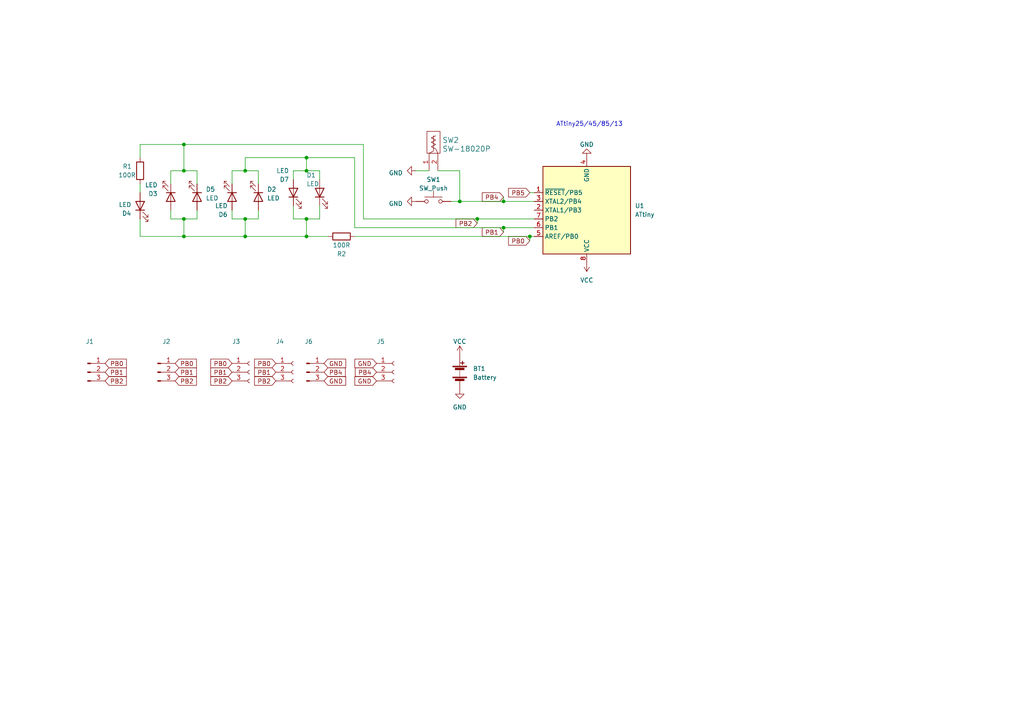
<source format=kicad_sch>
(kicad_sch (version 20230121) (generator eeschema)
  (paper "A4")
  (title_block (title "Digi Dobbelsteen") (date "2025-03-27") (rev "0.2"))
  (lib_symbols
    (symbol "Connector:Conn_01x03_Pin" (pin_names (offset 1.016) hide)
      (property "Reference" "J" (at 0 5.08 0))
      (property "Value" "Conn_01x03_Pin" (at 0 -5.08 0))
      (symbol "Conn_01x03_Pin_1_1"
        (polyline (pts (xy 1.27 -2.54) (xy 0.8636 -2.54)) (stroke (width 0.1524)))
        (polyline (pts (xy 1.27 0) (xy 0.8636 0)) (stroke (width 0.1524)))
        (polyline (pts (xy 1.27 2.54) (xy 0.8636 2.54)) (stroke (width 0.1524)))
        (rectangle (start 0.8636 -2.413) (end 0 -2.667) (stroke (width 0.1524)) (fill (type outline)))
        (rectangle (start 0.8636 0.127) (end 0 -0.127) (stroke (width 0.1524)) (fill (type outline)))
        (rectangle (start 0.8636 2.667) (end 0 2.413) (stroke (width 0.1524)) (fill (type outline)))
        (pin passive line (at 5.08 2.54 180) (length 3.81) (name "Pin_1") (number "1"))
        (pin passive line (at 5.08 0 180) (length 3.81) (name "Pin_2") (number "2"))
        (pin passive line (at 5.08 -2.54 180) (length 3.81) (name "Pin_3") (number "3"))
      )
    )
    (symbol "Connector:Conn_01x03_Socket" (pin_names (offset 1.016) hide)
      (property "Reference" "J" (at 0 5.08 0))
      (property "Value" "Conn_01x03_Socket" (at 0 -5.08 0))
      (symbol "Conn_01x03_Socket_1_1"
        (arc (start 0 -2.032) (mid -0.5058 -2.54) (end 0 -3.048) (stroke (width 0.1524)))
        (polyline (pts (xy -1.27 -2.54) (xy -0.508 -2.54)) (stroke (width 0.1524)))
        (polyline (pts (xy -1.27 0) (xy -0.508 0)) (stroke (width 0.1524)))
        (polyline (pts (xy -1.27 2.54) (xy -0.508 2.54)) (stroke (width 0.1524)))
        (arc (start 0 0.508) (mid -0.5058 0) (end 0 -0.508) (stroke (width 0.1524)))
        (arc (start 0 3.048) (mid -0.5058 2.54) (end 0 2.032) (stroke (width 0.1524)))
        (pin passive line (at -5.08 2.54 0) (length 3.81) (name "Pin_1") (number "1"))
        (pin passive line (at -5.08 0 0) (length 3.81) (name "Pin_2") (number "2"))
        (pin passive line (at -5.08 -2.54 0) (length 3.81) (name "Pin_3") (number "3"))
      )
    )
    (symbol "Device:Battery" (pin_numbers hide) (pin_names (offset 0) hide)
      (property "Reference" "BT" (at 2.54 2.54 0))
      (property "Value" "Battery" (at 2.54 0 0))
      (symbol "Battery_0_1"
        (rectangle (start -2.032 -1.397) (end 2.032 -1.651) (fill (type outline)))
        (rectangle (start -2.032 1.778) (end 2.032 1.524) (fill (type outline)))
        (rectangle (start -1.3208 -1.9812) (end 1.27 -2.4892) (fill (type outline)))
        (rectangle (start -1.3208 1.1938) (end 1.27 0.6858) (fill (type outline)))
        (polyline (pts (xy 0 -1.524) (xy 0 -1.27)))
        (polyline (pts (xy 0 -1.016) (xy 0 -0.762)))
        (polyline (pts (xy 0 -0.508) (xy 0 -0.254)))
        (polyline (pts (xy 0 0) (xy 0 0.254)))
        (polyline (pts (xy 0 0.508) (xy 0 0.762)))
        (polyline (pts (xy 0 1.778) (xy 0 2.54)))
        (polyline (pts (xy 0.254 2.667) (xy 1.27 2.667)) (stroke (width 0.254)))
        (polyline (pts (xy 0.762 3.175) (xy 0.762 2.159)) (stroke (width 0.254)))
      )
      (symbol "Battery_1_1"
        (pin passive line (at 0 5.08 270) (length 2.54) (name "+") (number "1"))
        (pin passive line (at 0 -5.08 90) (length 2.54) (name "-") (number "2"))
      )
    )
    (symbol "Device:LED" (pin_numbers hide) (pin_names (offset 1.016) hide)
      (property "Reference" "D" (at 0 2.54 0))
      (property "Value" "LED" (at 0 -2.54 0))
      (symbol "LED_0_1"
        (polyline (pts (xy -1.27 -1.27) (xy -1.27 1.27)) (stroke (width 0.254)))
        (polyline (pts (xy -1.27 0) (xy 1.27 0)))
        (polyline (pts (xy 1.27 -1.27) (xy 1.27 1.27) (xy -1.27 0) (xy 1.27 -1.27)) (stroke (width 0.254)))
        (polyline (pts (xy -3.048 -0.762) (xy -4.572 -2.286) (xy -3.81 -2.286) (xy -4.572 -2.286) (xy -4.572 -1.524)))
        (polyline (pts (xy -1.778 -0.762) (xy -3.302 -2.286) (xy -2.54 -2.286) (xy -3.302 -2.286) (xy -3.302 -1.524)))
      )
      (symbol "LED_1_1"
        (pin passive line (at -3.81 0 0) (length 2.54) (name "K") (number "1"))
        (pin passive line (at 3.81 0 180) (length 2.54) (name "A") (number "2"))
      )
    )
    (symbol "Device:R" (pin_numbers hide) (pin_names (offset 0))
      (property "Reference" "R" (at 2.032 0 90))
      (property "Value" "R" (at 0 0 90))
      (symbol "R_0_1"
        (rectangle (start -1.016 -2.54) (end 1.016 2.54) (stroke (width 0.254)))
      )
      (symbol "R_1_1"
        (pin passive line (at 0 3.81 270) (length 1.27) (name "~") (number "1"))
        (pin passive line (at 0 -3.81 90) (length 1.27) (name "~") (number "2"))
      )
    )
    (symbol "MCU_Microchip_ATtiny:ATtiny45-20P"
      (property "Reference" "U" (at -12.7 13.97 0))
      (property "Value" "ATtiny45-20P" (at 2.54 -13.97 0))
      (symbol "ATtiny45-20P_0_1"
        (rectangle (start -12.7 -12.7) (end 12.7 12.7) (stroke (width 0.254)) (fill (type background)))
      )
      (symbol "ATtiny45-20P_1_1"
        (pin bidirectional line (at 15.24 -5.08 180) (length 2.54) (name "~{RESET}/PB5") (number "1"))
        (pin bidirectional line (at 15.24 0 180) (length 2.54) (name "XTAL1/PB3") (number "2"))
        (pin bidirectional line (at 15.24 -2.54 180) (length 2.54) (name "XTAL2/PB4") (number "3"))
        (pin power_in line (at 0 -15.24 90) (length 2.54) (name "GND") (number "4"))
        (pin bidirectional line (at 15.24 7.62 180) (length 2.54) (name "AREF/PB0") (number "5"))
        (pin bidirectional line (at 15.24 5.08 180) (length 2.54) (name "PB1") (number "6"))
        (pin bidirectional line (at 15.24 2.54 180) (length 2.54) (name "PB2") (number "7"))
        (pin power_in line (at 0 15.24 270) (length 2.54) (name "VCC") (number "8"))
      )
    )
    (symbol "Switch:SW_Push" (pin_numbers hide) (pin_names (offset 1.016) hide)
      (property "Reference" "SW" (at 1.27 2.54 0))
      (property "Value" "SW_Push" (at 0 -1.524 0))
      (symbol "SW_Push_0_1"
        (circle (center -2.032 0) (radius 0.508))
        (polyline (pts (xy 0 1.27) (xy 0 3.048)))
        (polyline (pts (xy 2.54 1.27) (xy -2.54 1.27)))
        (circle (center 2.032 0) (radius 0.508))
        (pin passive line (at -5.08 0 0) (length 2.54) (name "1") (number "1"))
        (pin passive line (at 5.08 0 180) (length 2.54) (name "2") (number "2"))
      )
    )
    (symbol "power:GND" (power) (pin_names (offset 0))
      (property "Value" "GND" (at 0 -3.81 0))
      (symbol "GND_0_1"
        (polyline (pts (xy 0 0) (xy 0 -1.27) (xy 1.27 -1.27) (xy 0 -2.54) (xy -1.27 -1.27) (xy 0 -1.27)))
      )
      (symbol "GND_1_1"
        (pin power_in line (at 0 0 270) (length 0) hide (name "GND") (number "1"))
      )
    )
    (symbol "power:VCC" (power) (pin_names (offset 0))
      (property "Value" "VCC" (at 0 3.81 0))
      (symbol "VCC_0_1"
        (polyline (pts (xy -0.762 1.27) (xy 0 2.54)))
        (polyline (pts (xy 0 0) (xy 0 2.54)))
        (polyline (pts (xy 0 2.54) (xy 0.762 1.27)))
      )
      (symbol "VCC_1_1"
        (pin power_in line (at 0 0 90) (length 0) hide (name "VCC") (number "1"))
      )
    )
    (symbol "rur:SW-18020P" (pin_names (offset 1.016))
      (property "Reference" "SW" (at 4.445 -1.905 0))
      (property "Value" "SW-18020P" (at 4.445 5.08 0))
      (symbol "SW-18020P_0_1"
        (rectangle (start -1.905 -2.54) (end 1.905 3.81))
        (polyline (pts (xy -1.27 -2.54) (xy 0 -1.905) (xy 0 2.54)))
        (polyline (pts (xy 1.27 -2.54) (xy 0.635 -1.27) (xy -0.635 -0.635) (xy 0.635 0) (xy -0.635 0.635) (xy 0.635 1.27) (xy -0.635 1.905) (xy 0.635 2.54)))
      )
      (symbol "SW-18020P_1_1"
        (pin input line (at -1.27 -7.62 90) (length 5.08) (name "~") (number "1"))
        (pin input line (at 1.27 -7.62 90) (length 5.08) (name "~") (number "2"))
      )
    )
  )
  (junction (at 146.05 66.04))
  (junction (at 53.34 41.91))
  (junction (at 153.67 68.58))
  (junction (at 71.12 49.53))
  (junction (at 88.9 45.72))
  (junction (at 88.9 68.58))
  (junction (at 146.05 58.42))
  (junction (at 138.43 63.5))
  (junction (at 88.9 49.53))
  (junction (at 53.34 49.53))
  (junction (at 71.12 63.5))
  (junction (at 53.34 63.5))
  (junction (at 53.34 68.58))
  (junction (at 133.35 58.42))
  (junction (at 71.12 68.58))
  (junction (at 88.9 63.5))
  (wire (pts (xy 88.9 63.5) (xy 92.71 63.5)))
  (wire (pts (xy 102.87 45.72) (xy 88.9 45.72)))
  (wire (pts (xy 153.67 69.85) (xy 153.67 68.58)))
  (wire (pts (xy 92.71 59.69) (xy 92.71 63.5)))
  (wire (pts (xy 88.9 68.58) (xy 95.25 68.58)))
  (wire (pts (xy 67.31 63.5) (xy 67.31 60.96)))
  (wire (pts (xy 71.12 68.58) (xy 88.9 68.58)))
  (wire (pts (xy 146.05 66.04) (xy 154.94 66.04)))
  (wire (pts (xy 138.43 64.77) (xy 138.43 63.5)))
  (wire (pts (xy 40.64 63.5) (xy 40.64 68.58)))
  (wire (pts (xy 53.34 41.91) (xy 53.34 49.53)))
  (wire (pts (xy 57.15 49.53) (xy 53.34 49.53)))
  (wire (pts (xy 85.09 49.53) (xy 88.9 49.53)))
  (wire (pts (xy 71.12 63.5) (xy 71.12 68.58)))
  (wire (pts (xy 40.64 41.91) (xy 53.34 41.91)))
  (wire (pts (xy 133.35 49.53) (xy 133.35 58.42)))
  (wire (pts (xy 130.81 58.42) (xy 133.35 58.42)))
  (wire (pts (xy 102.87 45.72) (xy 102.87 66.04)))
  (wire (pts (xy 53.34 41.91) (xy 105.41 41.91)))
  (wire (pts (xy 105.41 41.91) (xy 105.41 63.5)))
  (wire (pts (xy 74.93 49.53) (xy 74.93 53.34)))
  (wire (pts (xy 153.67 68.58) (xy 154.94 68.58)))
  (wire (pts (xy 133.35 58.42) (xy 146.05 58.42)))
  (wire (pts (xy 49.53 63.5) (xy 49.53 60.96)))
  (wire (pts (xy 71.12 63.5) (xy 67.31 63.5)))
  (wire (pts (xy 102.87 66.04) (xy 146.05 66.04)))
  (wire (pts (xy 146.05 57.15) (xy 146.05 58.42)))
  (wire (pts (xy 53.34 63.5) (xy 49.53 63.5)))
  (wire (pts (xy 40.64 68.58) (xy 53.34 68.58)))
  (wire (pts (xy 57.15 63.5) (xy 57.15 60.96)))
  (wire (pts (xy 120.65 49.53) (xy 124.46 49.53)))
  (wire (pts (xy 88.9 49.53) (xy 88.9 45.72)))
  (wire (pts (xy 88.9 63.5) (xy 88.9 68.58)))
  (wire (pts (xy 74.93 63.5) (xy 71.12 63.5)))
  (wire (pts (xy 153.67 55.88) (xy 154.94 55.88)))
  (wire (pts (xy 57.15 63.5) (xy 53.34 63.5)))
  (wire (pts (xy 40.64 41.91) (xy 40.64 45.72)))
  (wire (pts (xy 67.31 53.34) (xy 67.31 49.53)))
  (wire (pts (xy 88.9 45.72) (xy 71.12 45.72)))
  (wire (pts (xy 105.41 63.5) (xy 138.43 63.5)))
  (wire (pts (xy 85.09 52.07) (xy 85.09 49.53)))
  (wire (pts (xy 138.43 63.5) (xy 154.94 63.5)))
  (wire (pts (xy 71.12 49.53) (xy 74.93 49.53)))
  (wire (pts (xy 85.09 63.5) (xy 85.09 59.69)))
  (wire (pts (xy 146.05 67.31) (xy 146.05 66.04)))
  (wire (pts (xy 53.34 63.5) (xy 53.34 68.58)))
  (wire (pts (xy 146.05 58.42) (xy 154.94 58.42)))
  (wire (pts (xy 127 49.53) (xy 133.35 49.53)))
  (wire (pts (xy 92.71 49.53) (xy 92.71 52.07)))
  (wire (pts (xy 88.9 49.53) (xy 92.71 49.53)))
  (wire (pts (xy 74.93 60.96) (xy 74.93 63.5)))
  (wire (pts (xy 71.12 45.72) (xy 71.12 49.53)))
  (wire (pts (xy 49.53 49.53) (xy 49.53 53.34)))
  (wire (pts (xy 53.34 68.58) (xy 71.12 68.58)))
  (wire (pts (xy 53.34 49.53) (xy 49.53 49.53)))
  (wire (pts (xy 57.15 53.34) (xy 57.15 49.53)))
  (wire (pts (xy 102.87 68.58) (xy 153.67 68.58)))
  (wire (pts (xy 67.31 49.53) (xy 71.12 49.53)))
  (wire (pts (xy 85.09 63.5) (xy 88.9 63.5)))
  (wire (pts (xy 40.64 53.34) (xy 40.64 55.88)))
  (text "ATtiny25/45/85/13" (at 161.29 36.83 0) (effects (font (size 1.27 1.27)) (justify left bottom)))
  (global_label "PB1" (shape input) (at 67.31 107.95 180) (property "Intersheetrefs" "${INTERSHEET_REFS}" (effects hide)))
  (global_label "PB0" (shape input) (at 67.31 105.41 180) (property "Intersheetrefs" "${INTERSHEET_REFS}" (effects hide)))
  (global_label "PB0" (shape input) (at 30.48 105.41 0) (property "Intersheetrefs" "${INTERSHEET_REFS}" (effects hide)))
  (global_label "PB2" (shape input) (at 30.48 110.49 0) (property "Intersheetrefs" "${INTERSHEET_REFS}" (effects hide)))
  (global_label "PB4" (shape input) (at 109.22 107.95 180) (property "Intersheetrefs" "${INTERSHEET_REFS}" (effects hide)))
  (global_label "PB1" (shape input) (at 80.01 107.95 180) (property "Intersheetrefs" "${INTERSHEET_REFS}" (effects hide)))
  (global_label "PB1" (shape input) (at 50.8 107.95 0) (property "Intersheetrefs" "${INTERSHEET_REFS}" (effects hide)))
  (global_label "PB5" (shape input) (at 153.67 55.88 180) (property "Intersheetrefs" "${INTERSHEET_REFS}" (effects hide)))
  (global_label "PB0" (shape input) (at 50.8 105.41 0) (property "Intersheetrefs" "${INTERSHEET_REFS}" (effects hide)))
  (global_label "GND" (shape input) (at 93.98 105.41 0) (property "Intersheetrefs" "${INTERSHEET_REFS}" (effects hide)))
  (global_label "PB1" (shape input) (at 146.05 67.31 180) (property "Intersheetrefs" "${INTERSHEET_REFS}" (effects hide)))
  (global_label "PB2" (shape input) (at 80.01 110.49 180) (property "Intersheetrefs" "${INTERSHEET_REFS}" (effects hide)))
  (global_label "PB0" (shape input) (at 153.67 69.85 180) (property "Intersheetrefs" "${INTERSHEET_REFS}" (effects hide)))
  (global_label "PB4" (shape input) (at 93.98 107.95 0) (property "Intersheetrefs" "${INTERSHEET_REFS}" (effects hide)))
  (global_label "GND" (shape input) (at 109.22 110.49 180) (property "Intersheetrefs" "${INTERSHEET_REFS}" (effects hide)))
  (global_label "PB2" (shape input) (at 67.31 110.49 180) (property "Intersheetrefs" "${INTERSHEET_REFS}" (effects hide)))
  (global_label "PB4" (shape input) (at 146.05 57.15 180) (property "Intersheetrefs" "${INTERSHEET_REFS}" (effects hide)))
  (global_label "PB1" (shape input) (at 30.48 107.95 0) (property "Intersheetrefs" "${INTERSHEET_REFS}" (effects hide)))
  (global_label "GND" (shape input) (at 109.22 105.41 180) (property "Intersheetrefs" "${INTERSHEET_REFS}" (effects hide)))
  (global_label "PB2" (shape input) (at 138.43 64.77 180) (property "Intersheetrefs" "${INTERSHEET_REFS}" (effects hide)))
  (global_label "GND" (shape input) (at 93.98 110.49 0) (property "Intersheetrefs" "${INTERSHEET_REFS}" (effects hide)))
  (global_label "PB0" (shape input) (at 80.01 105.41 180) (property "Intersheetrefs" "${INTERSHEET_REFS}" (effects hide)))
  (global_label "PB2" (shape input) (at 50.8 110.49 0) (property "Intersheetrefs" "${INTERSHEET_REFS}" (effects hide)))
  (symbol (lib_id "Device:LED") (at 74.93 57.15 270) (unit 1)
    (property "Reference" "D2" (at 77.47 54.9275 90) (effects (justify left)))
    (property "Value" "LED" (at 77.47 57.4675 90) (effects (justify left)))
    (property "Footprint" "LED_THT:LED_D10.0mm" (effects hide))
  )
  (symbol (lib_id "Device:LED") (at 85.09 55.88 90) (unit 1)
    (property "Reference" "D7" (at 83.82 52.07 90) (effects (justify left)))
    (property "Value" "LED" (at 83.82 49.53 90) (effects (justify left)))
    (property "Footprint" "LED_THT:LED_D10.0mm" (effects hide))
  )
  (symbol (lib_id "MCU_Microchip_ATtiny:ATtiny45-20P") (at 170.18 60.96 180) (unit 1)
    (property "Reference" "U1" (at 184.15 59.69 0) (effects (justify right)))
    (property "Value" "ATtiny" (at 184.15 62.23 0) (effects (justify right)))
    (property "Footprint" "Package_DIP:DIP-8_W7.62mm" (effects hide))
    (property "Datasheet" "http://ww1.microchip.com/downloads/en/DeviceDoc/atmel-2586-avr-8-bit-microcontroller-attiny25-attiny45-attiny85_datasheet.pdf" (effects hide))
  )
  (symbol (lib_id "Device:R") (at 40.64 49.53 0) (unit 1)
    (property "Reference" "R1" (at 35.56 48.26 0) (effects (justify left)))
    (property "Value" "100R" (at 34.29 50.8 0) (effects (justify left)))
    (property "Footprint" "Resistor_THT:R_Axial_DIN0207_L6.3mm_D2.5mm_P10.16mm_Horizontal" (effects hide))
  )
  (symbol (lib_id "Connector:Conn_01x03_Pin") (at 88.9 107.95 0) (unit 1)
    (property "Reference" "J6" (at 89.535 99.06 0))
    (property "Value" "Conn_01x03_Pin" (effects hide))
    (property "Footprint" "Connector_PinHeader_2.54mm:PinHeader_1x03_P2.54mm_Vertical" (effects hide))
  )
  (symbol (lib_id "Connector:Conn_01x03_Pin") (at 25.4 107.95 0) (unit 1)
    (property "Reference" "J1" (at 26.035 99.06 0))
    (property "Value" "Conn_01x03_Pin" (effects hide))
    (property "Footprint" "Connector_PinHeader_2.54mm:PinHeader_1x03_P2.54mm_Vertical" (effects hide))
  )
  (symbol (lib_id "power:GND") (at 170.18 45.72 180) (unit 1)
    (property "Reference" "#GND0101" (effects hide))
    (property "Value" "GND" (at 170.18 41.91 0))
  )
  (symbol (lib_id "Connector:Conn_01x03_Pin") (at 45.72 107.95 0) (unit 1)
    (property "Reference" "J2" (at 48.26 99.06 0))
    (property "Value" "Conn_01x03_Pin" (effects hide))
    (property "Footprint" "Connector_PinHeader_2.54mm:PinHeader_1x03_P2.54mm_Vertical" (effects hide))
  )
  (symbol (lib_id "power:GND") (at 120.65 58.42 270) (unit 1)
    (property "Reference" "#PWR04" (effects hide))
    (property "Value" "GND" (at 116.84 59.055 90) (effects (justify right)))
  )
  (symbol (lib_id "Device:R") (at 99.06 68.58 90) (unit 1)
    (property "Reference" "R2" (at 99.06 73.66 90))
    (property "Value" "100R" (at 99.06 71.12 90))
    (property "Footprint" "Resistor_THT:R_Axial_DIN0207_L6.3mm_D2.5mm_P10.16mm_Horizontal" (effects hide))
  )
  (symbol (lib_id "rur:SW-18020P") (at 125.73 41.91 0) (unit 1)
    (property "Reference" "SW2" (at 128.27 40.64 0) (effects (font (size 1.524 1.524)) (justify left)))
    (property "Value" "SW-18020P" (at 128.27 43.18 0) (effects (font (size 1.524 1.524)) (justify left)))
    (property "Footprint" "lib:SW-18020P" (effects hide))
  )
  (symbol (lib_id "power:VCC") (at 170.18 76.2 180) (unit 1)
    (property "Reference" "#PWR03" (effects hide))
    (property "Value" "VCC" (at 170.18 81.28 0))
  )
  (symbol (lib_id "power:VCC") (at 133.35 102.87 0) (unit 1)
    (property "Reference" "#PWR06" (effects hide))
    (property "Value" "VCC" (at 133.35 99.06 0))
  )
  (symbol (lib_id "Device:Battery") (at 133.35 107.95 0) (unit 1)
    (property "Reference" "BT1" (at 137.16 106.934 0) (effects (justify left)))
    (property "Value" "Battery" (at 137.16 109.474 0) (effects (justify left)))
    (property "Footprint" "lib:cr2032" (effects hide))
  )
  (symbol (lib_id "Device:LED") (at 49.53 57.15 270) (unit 1)
    (property "Reference" "D3" (at 45.72 56.1975 90) (effects (justify right)))
    (property "Value" "LED" (at 45.72 53.6575 90) (effects (justify right)))
    (property "Footprint" "LED_THT:LED_D10.0mm" (effects hide))
  )
  (symbol (lib_id "Switch:SW_Push") (at 125.73 58.42 0) (unit 1)
    (property "Reference" "SW1" (at 125.73 52.07 0))
    (property "Value" "SW_Push" (at 125.73 54.61 0))
    (property "Footprint" "Button_Switch_THT:SW_PUSH-12mm" (effects hide))
  )
  (symbol (lib_id "Connector:Conn_01x03_Socket") (at 114.3 107.95 0) (unit 1)
    (property "Reference" "J5" (at 109.22 99.06 0) (effects (justify left)))
    (property "Value" "Conn_01x03_Socket" (effects hide))
    (property "Footprint" "Connector_PinSocket_2.54mm:PinSocket_1x03_P2.54mm_Vertical" (effects hide))
  )
  (symbol (lib_id "power:GND") (at 133.35 113.03 0) (unit 1)
    (property "Reference" "#GND0102" (effects hide))
    (property "Value" "GND" (at 133.35 118.11 0))
  )
  (symbol (lib_id "Device:LED") (at 92.71 55.88 90) (unit 1)
    (property "Reference" "D1" (at 88.9 50.8 90) (effects (justify right)))
    (property "Value" "LED" (at 88.9 53.34 90) (effects (justify right)))
    (property "Footprint" "LED_THT:LED_D10.0mm" (effects hide))
  )
  (symbol (lib_id "Device:LED") (at 57.15 57.15 270) (unit 1)
    (property "Reference" "D5" (at 59.69 54.9275 90) (effects (justify left)))
    (property "Value" "LED" (at 59.69 57.4675 90) (effects (justify left)))
    (property "Footprint" "LED_THT:LED_D10.0mm" (effects hide))
  )
  (symbol (lib_id "Connector:Conn_01x03_Socket") (at 85.09 107.95 0) (unit 1)
    (property "Reference" "J4" (at 80.01 99.06 0) (effects (justify left)))
    (property "Value" "Conn_01x03_Socket" (effects hide))
    (property "Footprint" "Connector_PinSocket_2.54mm:PinSocket_1x03_P2.54mm_Vertical" (effects hide))
  )
  (symbol (lib_id "Connector:Conn_01x03_Socket") (at 72.39 107.95 0) (unit 1)
    (property "Reference" "J3" (at 67.31 99.06 0) (effects (justify left)))
    (property "Value" "Conn_01x03_Socket" (effects hide))
    (property "Footprint" "Connector_PinSocket_2.54mm:PinSocket_1x03_P2.54mm_Vertical" (effects hide))
  )
  (symbol (lib_id "Device:LED") (at 67.31 57.15 270) (unit 1)
    (property "Reference" "D6" (at 66.04 62.23 90) (effects (justify right)))
    (property "Value" "LED" (at 66.04 59.69 90) (effects (justify right)))
    (property "Footprint" "LED_THT:LED_D10.0mm" (effects hide))
  )
  (symbol (lib_id "Device:LED") (at 40.64 59.69 90) (unit 1)
    (property "Reference" "D4" (at 38.1 61.9125 90) (effects (justify left)))
    (property "Value" "LED" (at 38.1 59.3725 90) (effects (justify left)))
    (property "Footprint" "LED_THT:LED_D10.0mm" (effects hide))
  )
  (symbol (lib_id "power:GND") (at 120.65 49.53 270) (unit 1)
    (property "Reference" "#PWR01" (effects hide))
    (property "Value" "GND" (at 116.84 50.165 90) (effects (justify right)))
  )
)
</source>
